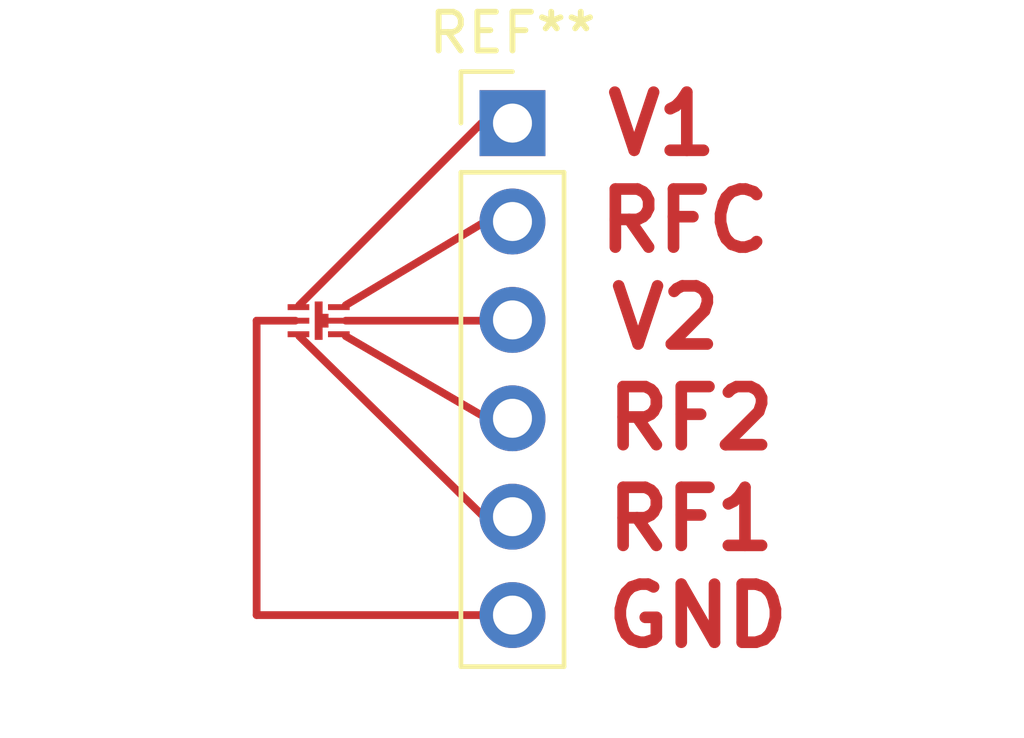
<source format=kicad_pcb>
(kicad_pcb (version 20221018) (generator pcbnew)
  (layers (0 "F.Cu" signal) (31 "B.Cu" signal) (34 "B.Paste" user) (35 "F.Paste" user) (36 "B.SilkS" user "B.Silkscreen") (37 "F.SilkS" user "F.Silkscreen") (38 "B.Mask" user) (39 "F.Mask" user) (44 "Edge.Cuts" user))
  (net 0 "")
  (footprint "MASW-009444-TR3000:PDFN6_1X1_MCM" (layer "F.Cu") (at 137.8 82.4)
    (fp_text reference "REF**" hide)
    (fp_text value "PDFN6_1X1_MCM" hide)
    (fp_poly (pts (xy -0.1016 -0.4953) (xy 0.1016 -0.4953) (xy 0.1016 0.4953) (xy -0.1016 0.4953)) (fill solid) (layer "F.Cu"))
    (fp_poly (pts (xy 0.0508 -0.1778) (xy 0.254 -0.1778) (xy 0.254 0.1778) (xy 0.0508 0.1778)) (fill solid) (layer "F.Cu"))
    (pad "1" smd rect (at -0.5207 -0.349999 90) (size 0.1524 0.5588) (layers "F.Cu" "F.Paste" "F.Mask"))
    (pad "2" smd rect (at -0.5207 0 90) (size 0.1524 0.5588) (layers "F.Cu" "F.Paste" "F.Mask"))
    (pad "3" smd rect (at -0.5207 0.349999 90) (size 0.1524 0.5588) (layers "F.Cu" "F.Paste" "F.Mask"))
    (pad "4" smd rect (at 0.5207 0.349999 90) (size 0.1524 0.5588) (layers "F.Cu" "F.Paste" "F.Mask"))
    (pad "5" smd rect (at 0.5207 0 90) (size 0.1524 0.5588) (layers "F.Cu" "F.Paste" "F.Mask"))
    (pad "6" smd rect (at 0.5207 -0.349999 90) (size 0.1524 0.5588) (layers "F.Cu" "F.Paste" "F.Mask"))
  )
  (footprint "Connector_PinHeader_2.54mm:PinHeader_1x06_P2.54mm_Vertical" (layer "F.Cu") (at 142.8 77.3)
    (fp_text reference "REF**" (at 0 -2.33) (layer "F.SilkS"))
    (fp_text value "PinHeader_1x06_P2.54mm_Vertical")
    (fp_line (start -1.33 -1.33) (end 0 -1.33) (stroke (width 0.12)) (layer "F.SilkS"))
    (fp_line (start -1.33 0) (end -1.33 -1.33) (stroke (width 0.12)) (layer "F.SilkS"))
    (fp_line (start -1.33 1.27) (end -1.33 14.03) (stroke (width 0.12)) (layer "F.SilkS"))
    (fp_line (start -1.33 1.27) (end 1.33 1.27) (stroke (width 0.12)) (layer "F.SilkS"))
    (fp_line (start -1.33 14.03) (end 1.33 14.03) (stroke (width 0.12)) (layer "F.SilkS"))
    (fp_line (start 1.33 1.27) (end 1.33 14.03) (stroke (width 0.12)) (layer "F.SilkS"))
    (pad "1" thru_hole rect (at 0 0) (size 1.7 1.7) (drill 1) (layers "*.Cu" "*.Mask"))
    (pad "2" thru_hole oval (at 0 2.54) (size 1.7 1.7) (drill 1) (layers "*.Cu" "*.Mask"))
    (pad "3" thru_hole oval (at 0 5.08) (size 1.7 1.7) (drill 1) (layers "*.Cu" "*.Mask"))
    (pad "4" thru_hole oval (at 0 7.62) (size 1.7 1.7) (drill 1) (layers "*.Cu" "*.Mask"))
    (pad "5" thru_hole oval (at 0 10.16) (size 1.7 1.7) (drill 1) (layers "*.Cu" "*.Mask"))
    (pad "6" thru_hole oval (at 0 12.7) (size 1.7 1.7) (drill 1) (layers "*.Cu" "*.Mask"))
  )
  (gr_line (start 137.3 82) (end 142 77.3) (stroke (width 0.2)) (layer "F.Cu"))
  (gr_line (start 138.5 82.8) (end 142.1 84.9) (stroke (width 0.2)) (layer "F.Cu"))
  (gr_line (start 137.3 82.8) (end 142.1 87.5) (stroke (width 0.2)) (layer "F.Cu"))
  (gr_line (start 138.5 82) (end 142 79.9) (stroke (width 0.2)) (layer "F.Cu"))
  (gr_line (start 138.5 82.4) (end 142.1 82.4) (stroke (width 0.2)) (layer "F.Cu"))
  (gr_line (start 137.2 82.4) (end 136.2 82.4) (stroke (width 0.2)) (layer "F.Cu"))
  (gr_line (start 136.2 90) (end 142 90) (stroke (width 0.2)) (layer "F.Cu"))
  (gr_line (start 136.2 82.4) (end 136.2 90) (stroke (width 0.2)) (layer "F.Cu"))
  (gr_circle (center 142.8 79.84) (end 143.3 79.84) (stroke (width 0.01)) (fill none) (layer "Edge.Cuts"))
  (gr_circle (center 142.8 82.38) (end 143.3 82.38) (stroke (width 0.01)) (fill none) (layer "Edge.Cuts"))
  (gr_circle (center 142.8 90) (end 143.3 90) (stroke (width 0.01)) (fill none) (layer "Edge.Cuts"))
  (gr_circle (center 142.8 87.46) (end 143.3 87.46) (stroke (width 0.01)) (fill none) (layer "Edge.Cuts"))
  (gr_circle (center 142.8 77.3) (end 143.3 77.3) (stroke (width 0.01)) (fill none) (layer "Edge.Cuts"))
  (gr_circle (center 142.8 84.92) (end 143.3 84.92) (stroke (width 0.01)) (fill none) (layer "Edge.Cuts"))
  (gr_text "GND" (at 145.1 90.9) (layer "F.Cu") (effects (font (size 1.5 1.5) (thickness 0.3) bold) (justify left bottom)))
  (gr_text "V2" (at 145.2 83.2) (layer "F.Cu") (effects (font (size 1.5 1.5) (thickness 0.3) bold) (justify left bottom)))
  (gr_text "RFC" (at 144.9 80.7) (layer "F.Cu") (effects (font (size 1.5 1.5) (thickness 0.3) bold) (justify left bottom)))
  (gr_text "RF1" (at 145.1 88.4) (layer "F.Cu") (effects (font (size 1.5 1.5) (thickness 0.3) bold) (justify left bottom)))
  (gr_text "RF2" (at 145.1 85.8) (layer "F.Cu") (effects (font (size 1.5 1.5) (thickness 0.3) bold) (justify left bottom)))
  (gr_text "V1" (at 145.1 78.2) (layer "F.Cu") (effects (font (size 1.5 1.5) (thickness 0.3) bold) (justify left bottom)))
)
</source>
